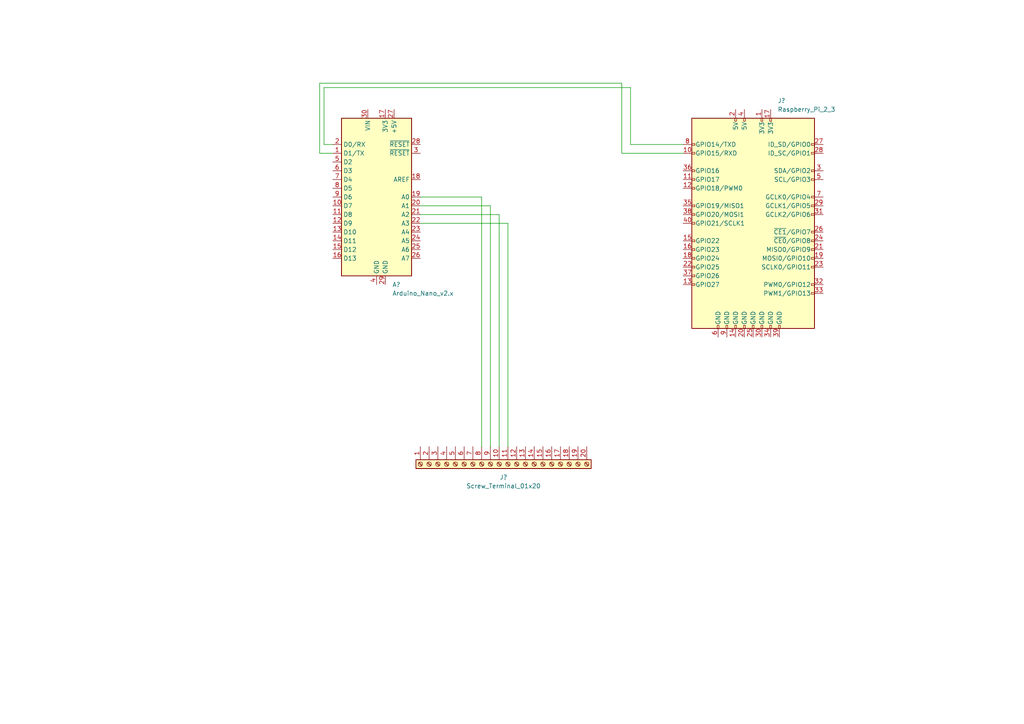
<source format=kicad_sch>
(kicad_sch (version 20211123) (generator eeschema)
  (paper "A4")
  (lib_symbols
    (symbol "Connector:Raspberry_Pi_2_3" (pin_names (offset 1.016))
      (property "Reference" "J" (at -17.78 31.75 0))
      (property "Value" "Raspberry_Pi_2_3" (at 10.16 -31.75 0))
      (symbol "Raspberry_Pi_2_3_0_1"
        (rectangle (start -17.78 30.48) (end 17.78 -30.48) (stroke (width 0.254)) (fill (type background)))
      )
      (symbol "Raspberry_Pi_2_3_1_1"
        (rectangle (start -16.891 -17.526) (end -17.78 -18.034))
        (rectangle (start -16.891 -14.986) (end -17.78 -15.494))
        (rectangle (start -16.891 -12.446) (end -17.78 -12.954))
        (rectangle (start -16.891 -9.906) (end -17.78 -10.414))
        (rectangle (start -16.891 -7.366) (end -17.78 -7.874))
        (rectangle (start -16.891 -4.826) (end -17.78 -5.334))
        (rectangle (start -16.891 0.254) (end -17.78 -0.254))
        (rectangle (start -16.891 2.794) (end -17.78 2.286))
        (rectangle (start -16.891 5.334) (end -17.78 4.826))
        (rectangle (start -16.891 10.414) (end -17.78 9.906))
        (rectangle (start -16.891 12.954) (end -17.78 12.446))
        (rectangle (start -16.891 15.494) (end -17.78 14.986))
        (rectangle (start -16.891 20.574) (end -17.78 20.066))
        (rectangle (start -16.891 23.114) (end -17.78 22.606))
        (rectangle (start -10.414 -29.591) (end -9.906 -30.48))
        (rectangle (start -7.874 -29.591) (end -7.366 -30.48))
        (rectangle (start -5.334 -29.591) (end -4.826 -30.48))
        (rectangle (start -5.334 30.48) (end -4.826 29.591))
        (rectangle (start -2.794 -29.591) (end -2.286 -30.48))
        (rectangle (start -2.794 30.48) (end -2.286 29.591))
        (rectangle (start -0.254 -29.591) (end 0.254 -30.48))
        (rectangle (start 2.286 -29.591) (end 2.794 -30.48))
        (rectangle (start 2.286 30.48) (end 2.794 29.591))
        (rectangle (start 4.826 -29.591) (end 5.334 -30.48))
        (rectangle (start 4.826 30.48) (end 5.334 29.591))
        (rectangle (start 7.366 -29.591) (end 7.874 -30.48))
        (rectangle (start 17.78 -20.066) (end 16.891 -20.574))
        (rectangle (start 17.78 -17.526) (end 16.891 -18.034))
        (rectangle (start 17.78 -12.446) (end 16.891 -12.954))
        (rectangle (start 17.78 -9.906) (end 16.891 -10.414))
        (rectangle (start 17.78 -7.366) (end 16.891 -7.874))
        (rectangle (start 17.78 -4.826) (end 16.891 -5.334))
        (rectangle (start 17.78 -2.286) (end 16.891 -2.794))
        (rectangle (start 17.78 2.794) (end 16.891 2.286))
        (rectangle (start 17.78 5.334) (end 16.891 4.826))
        (rectangle (start 17.78 7.874) (end 16.891 7.366))
        (rectangle (start 17.78 12.954) (end 16.891 12.446))
        (rectangle (start 17.78 15.494) (end 16.891 14.986))
        (rectangle (start 17.78 20.574) (end 16.891 20.066))
        (rectangle (start 17.78 23.114) (end 16.891 22.606))
        (pin power_in line (at 2.54 33.02 270) (length 2.54) (name "3V3") (number "1"))
        (pin bidirectional line (at -20.32 20.32 0) (length 2.54) (name "GPIO15/RXD") (number "10"))
        (pin bidirectional line (at -20.32 12.7 0) (length 2.54) (name "GPIO17") (number "11"))
        (pin bidirectional line (at -20.32 10.16 0) (length 2.54) (name "GPIO18/PWM0") (number "12"))
        (pin bidirectional line (at -20.32 -17.78 0) (length 2.54) (name "GPIO27") (number "13"))
        (pin power_in line (at -5.08 -33.02 90) (length 2.54) (name "GND") (number "14"))
        (pin bidirectional line (at -20.32 -5.08 0) (length 2.54) (name "GPIO22") (number "15"))
        (pin bidirectional line (at -20.32 -7.62 0) (length 2.54) (name "GPIO23") (number "16"))
        (pin power_in line (at 5.08 33.02 270) (length 2.54) (name "3V3") (number "17"))
        (pin bidirectional line (at -20.32 -10.16 0) (length 2.54) (name "GPIO24") (number "18"))
        (pin bidirectional line (at 20.32 -10.16 180) (length 2.54) (name "MOSI0/GPIO10") (number "19"))
        (pin power_in line (at -5.08 33.02 270) (length 2.54) (name "5V") (number "2"))
        (pin power_in line (at -2.54 -33.02 90) (length 2.54) (name "GND") (number "20"))
        (pin bidirectional line (at 20.32 -7.62 180) (length 2.54) (name "MISO0/GPIO9") (number "21"))
        (pin bidirectional line (at -20.32 -12.7 0) (length 2.54) (name "GPIO25") (number "22"))
        (pin bidirectional line (at 20.32 -12.7 180) (length 2.54) (name "SCLK0/GPIO11") (number "23"))
        (pin bidirectional line (at 20.32 -5.08 180) (length 2.54) (name "~{CE0}/GPIO8") (number "24"))
        (pin power_in line (at 0 -33.02 90) (length 2.54) (name "GND") (number "25"))
        (pin bidirectional line (at 20.32 -2.54 180) (length 2.54) (name "~{CE1}/GPIO7") (number "26"))
        (pin bidirectional line (at 20.32 22.86 180) (length 2.54) (name "ID_SD/GPIO0") (number "27"))
        (pin bidirectional line (at 20.32 20.32 180) (length 2.54) (name "ID_SC/GPIO1") (number "28"))
        (pin bidirectional line (at 20.32 5.08 180) (length 2.54) (name "GCLK1/GPIO5") (number "29"))
        (pin bidirectional line (at 20.32 15.24 180) (length 2.54) (name "SDA/GPIO2") (number "3"))
        (pin power_in line (at 2.54 -33.02 90) (length 2.54) (name "GND") (number "30"))
        (pin bidirectional line (at 20.32 2.54 180) (length 2.54) (name "GCLK2/GPIO6") (number "31"))
        (pin bidirectional line (at 20.32 -17.78 180) (length 2.54) (name "PWM0/GPIO12") (number "32"))
        (pin bidirectional line (at 20.32 -20.32 180) (length 2.54) (name "PWM1/GPIO13") (number "33"))
        (pin power_in line (at 5.08 -33.02 90) (length 2.54) (name "GND") (number "34"))
        (pin bidirectional line (at -20.32 5.08 0) (length 2.54) (name "GPIO19/MISO1") (number "35"))
        (pin bidirectional line (at -20.32 15.24 0) (length 2.54) (name "GPIO16") (number "36"))
        (pin bidirectional line (at -20.32 -15.24 0) (length 2.54) (name "GPIO26") (number "37"))
        (pin bidirectional line (at -20.32 2.54 0) (length 2.54) (name "GPIO20/MOSI1") (number "38"))
        (pin power_in line (at 7.62 -33.02 90) (length 2.54) (name "GND") (number "39"))
        (pin power_in line (at -2.54 33.02 270) (length 2.54) (name "5V") (number "4"))
        (pin bidirectional line (at -20.32 0 0) (length 2.54) (name "GPIO21/SCLK1") (number "40"))
        (pin bidirectional line (at 20.32 12.7 180) (length 2.54) (name "SCL/GPIO3") (number "5"))
        (pin power_in line (at -10.16 -33.02 90) (length 2.54) (name "GND") (number "6"))
        (pin bidirectional line (at 20.32 7.62 180) (length 2.54) (name "GCLK0/GPIO4") (number "7"))
        (pin bidirectional line (at -20.32 22.86 0) (length 2.54) (name "GPIO14/TXD") (number "8"))
        (pin power_in line (at -7.62 -33.02 90) (length 2.54) (name "GND") (number "9"))
      )
    )
    (symbol "Connector:Screw_Terminal_01x20" (pin_names (offset 1.016) hide)
      (property "Reference" "J" (at 0 25.4 0))
      (property "Value" "Screw_Terminal_01x20" (at 0 -27.94 0))
      (symbol "Screw_Terminal_01x20_1_1"
        (rectangle (start -1.27 24.13) (end 1.27 -26.67) (stroke (width 0.254)) (fill (type background)))
        (circle (center 0 -25.4) (radius 0.635) (stroke (width 0.1524)))
        (circle (center 0 -22.86) (radius 0.635) (stroke (width 0.1524)))
        (circle (center 0 -20.32) (radius 0.635) (stroke (width 0.1524)))
        (circle (center 0 -17.78) (radius 0.635) (stroke (width 0.1524)))
        (circle (center 0 -15.24) (radius 0.635) (stroke (width 0.1524)))
        (circle (center 0 -12.7) (radius 0.635) (stroke (width 0.1524)))
        (circle (center 0 -10.16) (radius 0.635) (stroke (width 0.1524)))
        (circle (center 0 -7.62) (radius 0.635) (stroke (width 0.1524)))
        (circle (center 0 -5.08) (radius 0.635) (stroke (width 0.1524)))
        (circle (center 0 -2.54) (radius 0.635) (stroke (width 0.1524)))
        (polyline (pts (xy -0.5334 -25.0698) (xy 0.3302 -25.908)) (stroke (width 0.1524)))
        (polyline (pts (xy -0.5334 -22.5298) (xy 0.3302 -23.368)) (stroke (width 0.1524)))
        (polyline (pts (xy -0.5334 -19.9898) (xy 0.3302 -20.828)) (stroke (width 0.1524)))
        (polyline (pts (xy -0.5334 -17.4498) (xy 0.3302 -18.288)) (stroke (width 0.1524)))
        (polyline (pts (xy -0.5334 -14.9098) (xy 0.3302 -15.748)) (stroke (width 0.1524)))
        (polyline (pts (xy -0.5334 -12.3698) (xy 0.3302 -13.208)) (stroke (width 0.1524)))
        (polyline (pts (xy -0.5334 -9.8298) (xy 0.3302 -10.668)) (stroke (width 0.1524)))
        (polyline (pts (xy -0.5334 -7.2898) (xy 0.3302 -8.128)) (stroke (width 0.1524)))
        (polyline (pts (xy -0.5334 -4.7498) (xy 0.3302 -5.588)) (stroke (width 0.1524)))
        (polyline (pts (xy -0.5334 -2.2098) (xy 0.3302 -3.048)) (stroke (width 0.1524)))
        (polyline (pts (xy -0.5334 0.3302) (xy 0.3302 -0.508)) (stroke (width 0.1524)))
        (polyline (pts (xy -0.5334 2.8702) (xy 0.3302 2.032)) (stroke (width 0.1524)))
        (polyline (pts (xy -0.5334 5.4102) (xy 0.3302 4.572)) (stroke (width 0.1524)))
        (polyline (pts (xy -0.5334 7.9502) (xy 0.3302 7.112)) (stroke (width 0.1524)))
        (polyline (pts (xy -0.5334 10.4902) (xy 0.3302 9.652)) (stroke (width 0.1524)))
        (polyline (pts (xy -0.5334 13.0302) (xy 0.3302 12.192)) (stroke (width 0.1524)))
        (polyline (pts (xy -0.5334 15.5702) (xy 0.3302 14.732)) (stroke (width 0.1524)))
        (polyline (pts (xy -0.5334 18.1102) (xy 0.3302 17.272)) (stroke (width 0.1524)))
        (polyline (pts (xy -0.5334 20.6502) (xy 0.3302 19.812)) (stroke (width 0.1524)))
        (polyline (pts (xy -0.5334 23.1902) (xy 0.3302 22.352)) (stroke (width 0.1524)))
        (polyline (pts (xy -0.3556 -24.892) (xy 0.508 -25.7302)) (stroke (width 0.1524)))
        (polyline (pts (xy -0.3556 -22.352) (xy 0.508 -23.1902)) (stroke (width 0.1524)))
        (polyline (pts (xy -0.3556 -19.812) (xy 0.508 -20.6502)) (stroke (width 0.1524)))
        (polyline (pts (xy -0.3556 -17.272) (xy 0.508 -18.1102)) (stroke (width 0.1524)))
        (polyline (pts (xy -0.3556 -14.732) (xy 0.508 -15.5702)) (stroke (width 0.1524)))
        (polyline (pts (xy -0.3556 -12.192) (xy 0.508 -13.0302)) (stroke (width 0.1524)))
        (polyline (pts (xy -0.3556 -9.652) (xy 0.508 -10.4902)) (stroke (width 0.1524)))
        (polyline (pts (xy -0.3556 -7.112) (xy 0.508 -7.9502)) (stroke (width 0.1524)))
        (polyline (pts (xy -0.3556 -4.572) (xy 0.508 -5.4102)) (stroke (width 0.1524)))
        (polyline (pts (xy -0.3556 -2.032) (xy 0.508 -2.8702)) (stroke (width 0.1524)))
        (polyline (pts (xy -0.3556 0.508) (xy 0.508 -0.3302)) (stroke (width 0.1524)))
        (polyline (pts (xy -0.3556 3.048) (xy 0.508 2.2098)) (stroke (width 0.1524)))
        (polyline (pts (xy -0.3556 5.588) (xy 0.508 4.7498)) (stroke (width 0.1524)))
        (polyline (pts (xy -0.3556 8.128) (xy 0.508 7.2898)) (stroke (width 0.1524)))
        (polyline (pts (xy -0.3556 10.668) (xy 0.508 9.8298)) (stroke (width 0.1524)))
        (polyline (pts (xy -0.3556 13.208) (xy 0.508 12.3698)) (stroke (width 0.1524)))
        (polyline (pts (xy -0.3556 15.748) (xy 0.508 14.9098)) (stroke (width 0.1524)))
        (polyline (pts (xy -0.3556 18.288) (xy 0.508 17.4498)) (stroke (width 0.1524)))
        (polyline (pts (xy -0.3556 20.828) (xy 0.508 19.9898)) (stroke (width 0.1524)))
        (polyline (pts (xy -0.3556 23.368) (xy 0.508 22.5298)) (stroke (width 0.1524)))
        (circle (center 0 0) (radius 0.635) (stroke (width 0.1524)))
        (circle (center 0 2.54) (radius 0.635) (stroke (width 0.1524)))
        (circle (center 0 5.08) (radius 0.635) (stroke (width 0.1524)))
        (circle (center 0 7.62) (radius 0.635) (stroke (width 0.1524)))
        (circle (center 0 10.16) (radius 0.635) (stroke (width 0.1524)))
        (circle (center 0 12.7) (radius 0.635) (stroke (width 0.1524)))
        (circle (center 0 15.24) (radius 0.635) (stroke (width 0.1524)))
        (circle (center 0 17.78) (radius 0.635) (stroke (width 0.1524)))
        (circle (center 0 20.32) (radius 0.635) (stroke (width 0.1524)))
        (circle (center 0 22.86) (radius 0.635) (stroke (width 0.1524)))
        (pin passive line (at -5.08 22.86 0) (length 3.81) (name "Pin_1") (number "1"))
        (pin passive line (at -5.08 0 0) (length 3.81) (name "Pin_10") (number "10"))
        (pin passive line (at -5.08 -2.54 0) (length 3.81) (name "Pin_11") (number "11"))
        (pin passive line (at -5.08 -5.08 0) (length 3.81) (name "Pin_12") (number "12"))
        (pin passive line (at -5.08 -7.62 0) (length 3.81) (name "Pin_13") (number "13"))
        (pin passive line (at -5.08 -10.16 0) (length 3.81) (name "Pin_14") (number "14"))
        (pin passive line (at -5.08 -12.7 0) (length 3.81) (name "Pin_15") (number "15"))
        (pin passive line (at -5.08 -15.24 0) (length 3.81) (name "Pin_16") (number "16"))
        (pin passive line (at -5.08 -17.78 0) (length 3.81) (name "Pin_17") (number "17"))
        (pin passive line (at -5.08 -20.32 0) (length 3.81) (name "Pin_18") (number "18"))
        (pin passive line (at -5.08 -22.86 0) (length 3.81) (name "Pin_19") (number "19"))
        (pin passive line (at -5.08 20.32 0) (length 3.81) (name "Pin_2") (number "2"))
        (pin passive line (at -5.08 -25.4 0) (length 3.81) (name "Pin_20") (number "20"))
        (pin passive line (at -5.08 17.78 0) (length 3.81) (name "Pin_3") (number "3"))
        (pin passive line (at -5.08 15.24 0) (length 3.81) (name "Pin_4") (number "4"))
        (pin passive line (at -5.08 12.7 0) (length 3.81) (name "Pin_5") (number "5"))
        (pin passive line (at -5.08 10.16 0) (length 3.81) (name "Pin_6") (number "6"))
        (pin passive line (at -5.08 7.62 0) (length 3.81) (name "Pin_7") (number "7"))
        (pin passive line (at -5.08 5.08 0) (length 3.81) (name "Pin_8") (number "8"))
        (pin passive line (at -5.08 2.54 0) (length 3.81) (name "Pin_9") (number "9"))
      )
    )
    (symbol "MCU_Module:Arduino_Nano_v2.x"
      (property "Reference" "A" (at -10.16 23.495 0))
      (property "Value" "Arduino_Nano_v2.x" (at 5.08 -24.13 0))
      (symbol "Arduino_Nano_v2.x_0_1"
        (rectangle (start -10.16 22.86) (end 10.16 -22.86) (stroke (width 0.254)) (fill (type background)))
      )
      (symbol "Arduino_Nano_v2.x_1_1"
        (pin bidirectional line (at -12.7 12.7 0) (length 2.54) (name "D1/TX") (number "1"))
        (pin bidirectional line (at -12.7 -2.54 0) (length 2.54) (name "D7") (number "10"))
        (pin bidirectional line (at -12.7 -5.08 0) (length 2.54) (name "D8") (number "11"))
        (pin bidirectional line (at -12.7 -7.62 0) (length 2.54) (name "D9") (number "12"))
        (pin bidirectional line (at -12.7 -10.16 0) (length 2.54) (name "D10") (number "13"))
        (pin bidirectional line (at -12.7 -12.7 0) (length 2.54) (name "D11") (number "14"))
        (pin bidirectional line (at -12.7 -15.24 0) (length 2.54) (name "D12") (number "15"))
        (pin bidirectional line (at -12.7 -17.78 0) (length 2.54) (name "D13") (number "16"))
        (pin power_out line (at 2.54 25.4 270) (length 2.54) (name "3V3") (number "17"))
        (pin input line (at 12.7 5.08 180) (length 2.54) (name "AREF") (number "18"))
        (pin bidirectional line (at 12.7 0 180) (length 2.54) (name "A0") (number "19"))
        (pin bidirectional line (at -12.7 15.24 0) (length 2.54) (name "D0/RX") (number "2"))
        (pin bidirectional line (at 12.7 -2.54 180) (length 2.54) (name "A1") (number "20"))
        (pin bidirectional line (at 12.7 -5.08 180) (length 2.54) (name "A2") (number "21"))
        (pin bidirectional line (at 12.7 -7.62 180) (length 2.54) (name "A3") (number "22"))
        (pin bidirectional line (at 12.7 -10.16 180) (length 2.54) (name "A4") (number "23"))
        (pin bidirectional line (at 12.7 -12.7 180) (length 2.54) (name "A5") (number "24"))
        (pin bidirectional line (at 12.7 -15.24 180) (length 2.54) (name "A6") (number "25"))
        (pin bidirectional line (at 12.7 -17.78 180) (length 2.54) (name "A7") (number "26"))
        (pin power_out line (at 5.08 25.4 270) (length 2.54) (name "+5V") (number "27"))
        (pin input line (at 12.7 15.24 180) (length 2.54) (name "~{RESET}") (number "28"))
        (pin power_in line (at 2.54 -25.4 90) (length 2.54) (name "GND") (number "29"))
        (pin input line (at 12.7 12.7 180) (length 2.54) (name "~{RESET}") (number "3"))
        (pin power_in line (at -2.54 25.4 270) (length 2.54) (name "VIN") (number "30"))
        (pin power_in line (at 0 -25.4 90) (length 2.54) (name "GND") (number "4"))
        (pin bidirectional line (at -12.7 10.16 0) (length 2.54) (name "D2") (number "5"))
        (pin bidirectional line (at -12.7 7.62 0) (length 2.54) (name "D3") (number "6"))
        (pin bidirectional line (at -12.7 5.08 0) (length 2.54) (name "D4") (number "7"))
        (pin bidirectional line (at -12.7 2.54 0) (length 2.54) (name "D5") (number "8"))
        (pin bidirectional line (at -12.7 0 0) (length 2.54) (name "D6") (number "9"))
      )
    )
  )
  (wire (pts (xy 121.92 57.15) (xy 139.7 57.15)))
  (wire (pts (xy 121.92 64.77) (xy 147.32 64.77)))
  (wire (pts (xy 93.98 41.91) (xy 96.52 41.91)))
  (wire (pts (xy 139.7 57.15) (xy 139.7 129.54)))
  (wire (pts (xy 121.92 62.23) (xy 144.78 62.23)))
  (wire (pts (xy 121.92 59.69) (xy 142.24 59.69)))
  (wire (pts (xy 92.71 24.13) (xy 92.71 44.45)))
  (wire (pts (xy 180.34 44.45) (xy 180.34 24.13)))
  (wire (pts (xy 144.78 62.23) (xy 144.78 129.54)))
  (wire (pts (xy 142.24 59.69) (xy 142.24 129.54)))
  (wire (pts (xy 198.12 44.45) (xy 180.34 44.45)))
  (wire (pts (xy 182.88 41.91) (xy 182.88 25.4)))
  (wire (pts (xy 182.88 25.4) (xy 93.98 25.4)))
  (wire (pts (xy 198.12 41.91) (xy 182.88 41.91)))
  (wire (pts (xy 147.32 64.77) (xy 147.32 129.54)))
  (wire (pts (xy 93.98 25.4) (xy 93.98 41.91)))
  (wire (pts (xy 180.34 24.13) (xy 92.71 24.13)))
  (wire (pts (xy 92.71 44.45) (xy 96.52 44.45)))
  (symbol (lib_id "MCU_Module:Arduino_Nano_v2.x") (at 109.22 57.15 0) (unit 1)
    (property "Reference" "A?" (at 113.7794 82.55 0) (effects (justify left)))
    (property "Value" "Arduino_Nano_v2.x" (at 113.7794 85.09 0) (effects (justify left)))
    (property "Footprint" "Module:Arduino_Nano" (effects hide))
    (property "Datasheet" "https://www.arduino.cc/en/uploads/Main/ArduinoNanoManual23.pdf" (effects hide))
  )
  (symbol (lib_id "Connector:Raspberry_Pi_2_3") (at 218.44 64.77 0) (unit 1)
    (property "Reference" "J?" (at 225.5394 29.21 0) (effects (justify left)))
    (property "Value" "Raspberry_Pi_2_3" (at 225.5394 31.75 0) (effects (justify left)))
    (property "Datasheet" "https://www.raspberrypi.org/documentation/hardware/raspberrypi/schematics/rpi_SCH_3bplus_1p0_reduced.pdf" (effects hide))
  )
  (symbol (lib_id "Connector:Screw_Terminal_01x20") (at 144.78 134.62 90) (mirror x) (unit 1)
    (property "Reference" "J?" (at 146.05 138.43 90))
    (property "Value" "Screw_Terminal_01x20" (at 146.05 140.97 90))
  )
)
</source>
